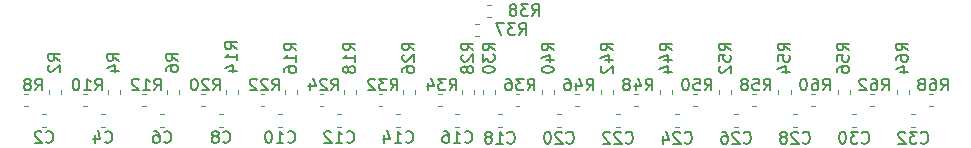
<source format=gbo>
G04 #@! TF.GenerationSoftware,KiCad,Pcbnew,(5.1.5)-3*
G04 #@! TF.CreationDate,2020-11-09T15:19:13-05:00*
G04 #@! TF.ProjectId,FilterMotherboard,46696c74-6572-44d6-9f74-686572626f61,rev?*
G04 #@! TF.SameCoordinates,Original*
G04 #@! TF.FileFunction,Legend,Bot*
G04 #@! TF.FilePolarity,Positive*
%FSLAX46Y46*%
G04 Gerber Fmt 4.6, Leading zero omitted, Abs format (unit mm)*
G04 Created by KiCad (PCBNEW (5.1.5)-3) date 2020-11-09 15:19:13*
%MOMM*%
%LPD*%
G04 APERTURE LIST*
%ADD10C,0.120000*%
%ADD11C,0.150000*%
G04 APERTURE END LIST*
D10*
X83590000Y-43962779D02*
X83590000Y-43637221D01*
X84610000Y-43962779D02*
X84610000Y-43637221D01*
X88590000Y-43962779D02*
X88590000Y-43637221D01*
X89610000Y-43962779D02*
X89610000Y-43637221D01*
X93590000Y-43962779D02*
X93590000Y-43637221D01*
X94610000Y-43962779D02*
X94610000Y-43637221D01*
X81537221Y-43990000D02*
X81862779Y-43990000D01*
X81537221Y-45010000D02*
X81862779Y-45010000D01*
X86537221Y-43990000D02*
X86862779Y-43990000D01*
X86537221Y-45010000D02*
X86862779Y-45010000D01*
X91537221Y-43990000D02*
X91862779Y-43990000D01*
X91537221Y-45010000D02*
X91862779Y-45010000D01*
X98590000Y-43962779D02*
X98590000Y-43637221D01*
X99610000Y-43962779D02*
X99610000Y-43637221D01*
X103590000Y-43962779D02*
X103590000Y-43637221D01*
X104610000Y-43962779D02*
X104610000Y-43637221D01*
X108590000Y-43962779D02*
X108590000Y-43637221D01*
X109610000Y-43962779D02*
X109610000Y-43637221D01*
X96537221Y-43990000D02*
X96862779Y-43990000D01*
X96537221Y-45010000D02*
X96862779Y-45010000D01*
X101537221Y-43990000D02*
X101862779Y-43990000D01*
X101537221Y-45010000D02*
X101862779Y-45010000D01*
X106537221Y-43990000D02*
X106862779Y-43990000D01*
X106537221Y-45010000D02*
X106862779Y-45010000D01*
X113590000Y-43962779D02*
X113590000Y-43637221D01*
X114610000Y-43962779D02*
X114610000Y-43637221D01*
X118590000Y-43962779D02*
X118590000Y-43637221D01*
X119610000Y-43962779D02*
X119610000Y-43637221D01*
X120390000Y-43962779D02*
X120390000Y-43637221D01*
X121410000Y-43962779D02*
X121410000Y-43637221D01*
X111537221Y-43990000D02*
X111862779Y-43990000D01*
X111537221Y-45010000D02*
X111862779Y-45010000D01*
X116537221Y-43990000D02*
X116862779Y-43990000D01*
X116537221Y-45010000D02*
X116862779Y-45010000D01*
X123462779Y-45010000D02*
X123137221Y-45010000D01*
X123462779Y-43990000D02*
X123137221Y-43990000D01*
X119737221Y-37990000D02*
X120062779Y-37990000D01*
X119737221Y-39010000D02*
X120062779Y-39010000D01*
X120737221Y-36390000D02*
X121062779Y-36390000D01*
X120737221Y-37410000D02*
X121062779Y-37410000D01*
X125390000Y-43962779D02*
X125390000Y-43637221D01*
X126410000Y-43962779D02*
X126410000Y-43637221D01*
X130390000Y-43962779D02*
X130390000Y-43637221D01*
X131410000Y-43962779D02*
X131410000Y-43637221D01*
X135390000Y-43962779D02*
X135390000Y-43637221D01*
X136410000Y-43962779D02*
X136410000Y-43637221D01*
X128462779Y-45010000D02*
X128137221Y-45010000D01*
X128462779Y-43990000D02*
X128137221Y-43990000D01*
X133462779Y-45010000D02*
X133137221Y-45010000D01*
X133462779Y-43990000D02*
X133137221Y-43990000D01*
X138462779Y-45010000D02*
X138137221Y-45010000D01*
X138462779Y-43990000D02*
X138137221Y-43990000D01*
X140390000Y-43962779D02*
X140390000Y-43637221D01*
X141410000Y-43962779D02*
X141410000Y-43637221D01*
X145390000Y-43962779D02*
X145390000Y-43637221D01*
X146410000Y-43962779D02*
X146410000Y-43637221D01*
X150390000Y-43962779D02*
X150390000Y-43637221D01*
X151410000Y-43962779D02*
X151410000Y-43637221D01*
X143462779Y-45010000D02*
X143137221Y-45010000D01*
X143462779Y-43990000D02*
X143137221Y-43990000D01*
X148462779Y-45010000D02*
X148137221Y-45010000D01*
X148462779Y-43990000D02*
X148137221Y-43990000D01*
X153462779Y-45010000D02*
X153137221Y-45010000D01*
X153462779Y-43990000D02*
X153137221Y-43990000D01*
X155390000Y-43962779D02*
X155390000Y-43637221D01*
X156410000Y-43962779D02*
X156410000Y-43637221D01*
X158462779Y-45010000D02*
X158137221Y-45010000D01*
X158462779Y-43990000D02*
X158137221Y-43990000D01*
X83037221Y-45690000D02*
X83362779Y-45690000D01*
X83037221Y-46710000D02*
X83362779Y-46710000D01*
X88037221Y-45690000D02*
X88362779Y-45690000D01*
X88037221Y-46710000D02*
X88362779Y-46710000D01*
X93037221Y-45690000D02*
X93362779Y-45690000D01*
X93037221Y-46710000D02*
X93362779Y-46710000D01*
X98037221Y-45690000D02*
X98362779Y-45690000D01*
X98037221Y-46710000D02*
X98362779Y-46710000D01*
X103037221Y-45690000D02*
X103362779Y-45690000D01*
X103037221Y-46710000D02*
X103362779Y-46710000D01*
X108037221Y-45690000D02*
X108362779Y-45690000D01*
X108037221Y-46710000D02*
X108362779Y-46710000D01*
X113037221Y-45690000D02*
X113362779Y-45690000D01*
X113037221Y-46710000D02*
X113362779Y-46710000D01*
X118037221Y-45690000D02*
X118362779Y-45690000D01*
X118037221Y-46710000D02*
X118362779Y-46710000D01*
X121962779Y-46710000D02*
X121637221Y-46710000D01*
X121962779Y-45690000D02*
X121637221Y-45690000D01*
X126962779Y-46710000D02*
X126637221Y-46710000D01*
X126962779Y-45690000D02*
X126637221Y-45690000D01*
X131962779Y-46710000D02*
X131637221Y-46710000D01*
X131962779Y-45690000D02*
X131637221Y-45690000D01*
X136962779Y-46710000D02*
X136637221Y-46710000D01*
X136962779Y-45690000D02*
X136637221Y-45690000D01*
X141962779Y-46710000D02*
X141637221Y-46710000D01*
X141962779Y-45690000D02*
X141637221Y-45690000D01*
X146962779Y-46710000D02*
X146637221Y-46710000D01*
X146962779Y-45690000D02*
X146637221Y-45690000D01*
X151962779Y-46710000D02*
X151637221Y-46710000D01*
X151962779Y-45690000D02*
X151637221Y-45690000D01*
X156962779Y-46710000D02*
X156637221Y-46710000D01*
X156962779Y-45690000D02*
X156637221Y-45690000D01*
D11*
X84552380Y-41133333D02*
X84076190Y-40800000D01*
X84552380Y-40561904D02*
X83552380Y-40561904D01*
X83552380Y-40942857D01*
X83600000Y-41038095D01*
X83647619Y-41085714D01*
X83742857Y-41133333D01*
X83885714Y-41133333D01*
X83980952Y-41085714D01*
X84028571Y-41038095D01*
X84076190Y-40942857D01*
X84076190Y-40561904D01*
X83647619Y-41514285D02*
X83600000Y-41561904D01*
X83552380Y-41657142D01*
X83552380Y-41895238D01*
X83600000Y-41990476D01*
X83647619Y-42038095D01*
X83742857Y-42085714D01*
X83838095Y-42085714D01*
X83980952Y-42038095D01*
X84552380Y-41466666D01*
X84552380Y-42085714D01*
X89552380Y-41133333D02*
X89076190Y-40800000D01*
X89552380Y-40561904D02*
X88552380Y-40561904D01*
X88552380Y-40942857D01*
X88600000Y-41038095D01*
X88647619Y-41085714D01*
X88742857Y-41133333D01*
X88885714Y-41133333D01*
X88980952Y-41085714D01*
X89028571Y-41038095D01*
X89076190Y-40942857D01*
X89076190Y-40561904D01*
X88885714Y-41990476D02*
X89552380Y-41990476D01*
X88504761Y-41752380D02*
X89219047Y-41514285D01*
X89219047Y-42133333D01*
X94552380Y-41133333D02*
X94076190Y-40800000D01*
X94552380Y-40561904D02*
X93552380Y-40561904D01*
X93552380Y-40942857D01*
X93600000Y-41038095D01*
X93647619Y-41085714D01*
X93742857Y-41133333D01*
X93885714Y-41133333D01*
X93980952Y-41085714D01*
X94028571Y-41038095D01*
X94076190Y-40942857D01*
X94076190Y-40561904D01*
X93552380Y-41990476D02*
X93552380Y-41800000D01*
X93600000Y-41704761D01*
X93647619Y-41657142D01*
X93790476Y-41561904D01*
X93980952Y-41514285D01*
X94361904Y-41514285D01*
X94457142Y-41561904D01*
X94504761Y-41609523D01*
X94552380Y-41704761D01*
X94552380Y-41895238D01*
X94504761Y-41990476D01*
X94457142Y-42038095D01*
X94361904Y-42085714D01*
X94123809Y-42085714D01*
X94028571Y-42038095D01*
X93980952Y-41990476D01*
X93933333Y-41895238D01*
X93933333Y-41704761D01*
X93980952Y-41609523D01*
X94028571Y-41561904D01*
X94123809Y-41514285D01*
X82466666Y-43652380D02*
X82800000Y-43176190D01*
X83038095Y-43652380D02*
X83038095Y-42652380D01*
X82657142Y-42652380D01*
X82561904Y-42700000D01*
X82514285Y-42747619D01*
X82466666Y-42842857D01*
X82466666Y-42985714D01*
X82514285Y-43080952D01*
X82561904Y-43128571D01*
X82657142Y-43176190D01*
X83038095Y-43176190D01*
X81895238Y-43080952D02*
X81990476Y-43033333D01*
X82038095Y-42985714D01*
X82085714Y-42890476D01*
X82085714Y-42842857D01*
X82038095Y-42747619D01*
X81990476Y-42700000D01*
X81895238Y-42652380D01*
X81704761Y-42652380D01*
X81609523Y-42700000D01*
X81561904Y-42747619D01*
X81514285Y-42842857D01*
X81514285Y-42890476D01*
X81561904Y-42985714D01*
X81609523Y-43033333D01*
X81704761Y-43080952D01*
X81895238Y-43080952D01*
X81990476Y-43128571D01*
X82038095Y-43176190D01*
X82085714Y-43271428D01*
X82085714Y-43461904D01*
X82038095Y-43557142D01*
X81990476Y-43604761D01*
X81895238Y-43652380D01*
X81704761Y-43652380D01*
X81609523Y-43604761D01*
X81561904Y-43557142D01*
X81514285Y-43461904D01*
X81514285Y-43271428D01*
X81561904Y-43176190D01*
X81609523Y-43128571D01*
X81704761Y-43080952D01*
X87542857Y-43652380D02*
X87876190Y-43176190D01*
X88114285Y-43652380D02*
X88114285Y-42652380D01*
X87733333Y-42652380D01*
X87638095Y-42700000D01*
X87590476Y-42747619D01*
X87542857Y-42842857D01*
X87542857Y-42985714D01*
X87590476Y-43080952D01*
X87638095Y-43128571D01*
X87733333Y-43176190D01*
X88114285Y-43176190D01*
X86590476Y-43652380D02*
X87161904Y-43652380D01*
X86876190Y-43652380D02*
X86876190Y-42652380D01*
X86971428Y-42795238D01*
X87066666Y-42890476D01*
X87161904Y-42938095D01*
X85971428Y-42652380D02*
X85876190Y-42652380D01*
X85780952Y-42700000D01*
X85733333Y-42747619D01*
X85685714Y-42842857D01*
X85638095Y-43033333D01*
X85638095Y-43271428D01*
X85685714Y-43461904D01*
X85733333Y-43557142D01*
X85780952Y-43604761D01*
X85876190Y-43652380D01*
X85971428Y-43652380D01*
X86066666Y-43604761D01*
X86114285Y-43557142D01*
X86161904Y-43461904D01*
X86209523Y-43271428D01*
X86209523Y-43033333D01*
X86161904Y-42842857D01*
X86114285Y-42747619D01*
X86066666Y-42700000D01*
X85971428Y-42652380D01*
X92542857Y-43652380D02*
X92876190Y-43176190D01*
X93114285Y-43652380D02*
X93114285Y-42652380D01*
X92733333Y-42652380D01*
X92638095Y-42700000D01*
X92590476Y-42747619D01*
X92542857Y-42842857D01*
X92542857Y-42985714D01*
X92590476Y-43080952D01*
X92638095Y-43128571D01*
X92733333Y-43176190D01*
X93114285Y-43176190D01*
X91590476Y-43652380D02*
X92161904Y-43652380D01*
X91876190Y-43652380D02*
X91876190Y-42652380D01*
X91971428Y-42795238D01*
X92066666Y-42890476D01*
X92161904Y-42938095D01*
X91209523Y-42747619D02*
X91161904Y-42700000D01*
X91066666Y-42652380D01*
X90828571Y-42652380D01*
X90733333Y-42700000D01*
X90685714Y-42747619D01*
X90638095Y-42842857D01*
X90638095Y-42938095D01*
X90685714Y-43080952D01*
X91257142Y-43652380D01*
X90638095Y-43652380D01*
X99552380Y-40157142D02*
X99076190Y-39823809D01*
X99552380Y-39585714D02*
X98552380Y-39585714D01*
X98552380Y-39966666D01*
X98600000Y-40061904D01*
X98647619Y-40109523D01*
X98742857Y-40157142D01*
X98885714Y-40157142D01*
X98980952Y-40109523D01*
X99028571Y-40061904D01*
X99076190Y-39966666D01*
X99076190Y-39585714D01*
X99552380Y-41109523D02*
X99552380Y-40538095D01*
X99552380Y-40823809D02*
X98552380Y-40823809D01*
X98695238Y-40728571D01*
X98790476Y-40633333D01*
X98838095Y-40538095D01*
X98885714Y-41966666D02*
X99552380Y-41966666D01*
X98504761Y-41728571D02*
X99219047Y-41490476D01*
X99219047Y-42109523D01*
X104552380Y-40257142D02*
X104076190Y-39923809D01*
X104552380Y-39685714D02*
X103552380Y-39685714D01*
X103552380Y-40066666D01*
X103600000Y-40161904D01*
X103647619Y-40209523D01*
X103742857Y-40257142D01*
X103885714Y-40257142D01*
X103980952Y-40209523D01*
X104028571Y-40161904D01*
X104076190Y-40066666D01*
X104076190Y-39685714D01*
X104552380Y-41209523D02*
X104552380Y-40638095D01*
X104552380Y-40923809D02*
X103552380Y-40923809D01*
X103695238Y-40828571D01*
X103790476Y-40733333D01*
X103838095Y-40638095D01*
X103552380Y-42066666D02*
X103552380Y-41876190D01*
X103600000Y-41780952D01*
X103647619Y-41733333D01*
X103790476Y-41638095D01*
X103980952Y-41590476D01*
X104361904Y-41590476D01*
X104457142Y-41638095D01*
X104504761Y-41685714D01*
X104552380Y-41780952D01*
X104552380Y-41971428D01*
X104504761Y-42066666D01*
X104457142Y-42114285D01*
X104361904Y-42161904D01*
X104123809Y-42161904D01*
X104028571Y-42114285D01*
X103980952Y-42066666D01*
X103933333Y-41971428D01*
X103933333Y-41780952D01*
X103980952Y-41685714D01*
X104028571Y-41638095D01*
X104123809Y-41590476D01*
X109552380Y-40257142D02*
X109076190Y-39923809D01*
X109552380Y-39685714D02*
X108552380Y-39685714D01*
X108552380Y-40066666D01*
X108600000Y-40161904D01*
X108647619Y-40209523D01*
X108742857Y-40257142D01*
X108885714Y-40257142D01*
X108980952Y-40209523D01*
X109028571Y-40161904D01*
X109076190Y-40066666D01*
X109076190Y-39685714D01*
X109552380Y-41209523D02*
X109552380Y-40638095D01*
X109552380Y-40923809D02*
X108552380Y-40923809D01*
X108695238Y-40828571D01*
X108790476Y-40733333D01*
X108838095Y-40638095D01*
X108980952Y-41780952D02*
X108933333Y-41685714D01*
X108885714Y-41638095D01*
X108790476Y-41590476D01*
X108742857Y-41590476D01*
X108647619Y-41638095D01*
X108600000Y-41685714D01*
X108552380Y-41780952D01*
X108552380Y-41971428D01*
X108600000Y-42066666D01*
X108647619Y-42114285D01*
X108742857Y-42161904D01*
X108790476Y-42161904D01*
X108885714Y-42114285D01*
X108933333Y-42066666D01*
X108980952Y-41971428D01*
X108980952Y-41780952D01*
X109028571Y-41685714D01*
X109076190Y-41638095D01*
X109171428Y-41590476D01*
X109361904Y-41590476D01*
X109457142Y-41638095D01*
X109504761Y-41685714D01*
X109552380Y-41780952D01*
X109552380Y-41971428D01*
X109504761Y-42066666D01*
X109457142Y-42114285D01*
X109361904Y-42161904D01*
X109171428Y-42161904D01*
X109076190Y-42114285D01*
X109028571Y-42066666D01*
X108980952Y-41971428D01*
X97542857Y-43652380D02*
X97876190Y-43176190D01*
X98114285Y-43652380D02*
X98114285Y-42652380D01*
X97733333Y-42652380D01*
X97638095Y-42700000D01*
X97590476Y-42747619D01*
X97542857Y-42842857D01*
X97542857Y-42985714D01*
X97590476Y-43080952D01*
X97638095Y-43128571D01*
X97733333Y-43176190D01*
X98114285Y-43176190D01*
X97161904Y-42747619D02*
X97114285Y-42700000D01*
X97019047Y-42652380D01*
X96780952Y-42652380D01*
X96685714Y-42700000D01*
X96638095Y-42747619D01*
X96590476Y-42842857D01*
X96590476Y-42938095D01*
X96638095Y-43080952D01*
X97209523Y-43652380D01*
X96590476Y-43652380D01*
X95971428Y-42652380D02*
X95876190Y-42652380D01*
X95780952Y-42700000D01*
X95733333Y-42747619D01*
X95685714Y-42842857D01*
X95638095Y-43033333D01*
X95638095Y-43271428D01*
X95685714Y-43461904D01*
X95733333Y-43557142D01*
X95780952Y-43604761D01*
X95876190Y-43652380D01*
X95971428Y-43652380D01*
X96066666Y-43604761D01*
X96114285Y-43557142D01*
X96161904Y-43461904D01*
X96209523Y-43271428D01*
X96209523Y-43033333D01*
X96161904Y-42842857D01*
X96114285Y-42747619D01*
X96066666Y-42700000D01*
X95971428Y-42652380D01*
X102542857Y-43652380D02*
X102876190Y-43176190D01*
X103114285Y-43652380D02*
X103114285Y-42652380D01*
X102733333Y-42652380D01*
X102638095Y-42700000D01*
X102590476Y-42747619D01*
X102542857Y-42842857D01*
X102542857Y-42985714D01*
X102590476Y-43080952D01*
X102638095Y-43128571D01*
X102733333Y-43176190D01*
X103114285Y-43176190D01*
X102161904Y-42747619D02*
X102114285Y-42700000D01*
X102019047Y-42652380D01*
X101780952Y-42652380D01*
X101685714Y-42700000D01*
X101638095Y-42747619D01*
X101590476Y-42842857D01*
X101590476Y-42938095D01*
X101638095Y-43080952D01*
X102209523Y-43652380D01*
X101590476Y-43652380D01*
X101209523Y-42747619D02*
X101161904Y-42700000D01*
X101066666Y-42652380D01*
X100828571Y-42652380D01*
X100733333Y-42700000D01*
X100685714Y-42747619D01*
X100638095Y-42842857D01*
X100638095Y-42938095D01*
X100685714Y-43080952D01*
X101257142Y-43652380D01*
X100638095Y-43652380D01*
X107542857Y-43652380D02*
X107876190Y-43176190D01*
X108114285Y-43652380D02*
X108114285Y-42652380D01*
X107733333Y-42652380D01*
X107638095Y-42700000D01*
X107590476Y-42747619D01*
X107542857Y-42842857D01*
X107542857Y-42985714D01*
X107590476Y-43080952D01*
X107638095Y-43128571D01*
X107733333Y-43176190D01*
X108114285Y-43176190D01*
X107161904Y-42747619D02*
X107114285Y-42700000D01*
X107019047Y-42652380D01*
X106780952Y-42652380D01*
X106685714Y-42700000D01*
X106638095Y-42747619D01*
X106590476Y-42842857D01*
X106590476Y-42938095D01*
X106638095Y-43080952D01*
X107209523Y-43652380D01*
X106590476Y-43652380D01*
X105733333Y-42985714D02*
X105733333Y-43652380D01*
X105971428Y-42604761D02*
X106209523Y-43319047D01*
X105590476Y-43319047D01*
X114552380Y-40257142D02*
X114076190Y-39923809D01*
X114552380Y-39685714D02*
X113552380Y-39685714D01*
X113552380Y-40066666D01*
X113600000Y-40161904D01*
X113647619Y-40209523D01*
X113742857Y-40257142D01*
X113885714Y-40257142D01*
X113980952Y-40209523D01*
X114028571Y-40161904D01*
X114076190Y-40066666D01*
X114076190Y-39685714D01*
X113647619Y-40638095D02*
X113600000Y-40685714D01*
X113552380Y-40780952D01*
X113552380Y-41019047D01*
X113600000Y-41114285D01*
X113647619Y-41161904D01*
X113742857Y-41209523D01*
X113838095Y-41209523D01*
X113980952Y-41161904D01*
X114552380Y-40590476D01*
X114552380Y-41209523D01*
X113552380Y-42066666D02*
X113552380Y-41876190D01*
X113600000Y-41780952D01*
X113647619Y-41733333D01*
X113790476Y-41638095D01*
X113980952Y-41590476D01*
X114361904Y-41590476D01*
X114457142Y-41638095D01*
X114504761Y-41685714D01*
X114552380Y-41780952D01*
X114552380Y-41971428D01*
X114504761Y-42066666D01*
X114457142Y-42114285D01*
X114361904Y-42161904D01*
X114123809Y-42161904D01*
X114028571Y-42114285D01*
X113980952Y-42066666D01*
X113933333Y-41971428D01*
X113933333Y-41780952D01*
X113980952Y-41685714D01*
X114028571Y-41638095D01*
X114123809Y-41590476D01*
X119552380Y-40257142D02*
X119076190Y-39923809D01*
X119552380Y-39685714D02*
X118552380Y-39685714D01*
X118552380Y-40066666D01*
X118600000Y-40161904D01*
X118647619Y-40209523D01*
X118742857Y-40257142D01*
X118885714Y-40257142D01*
X118980952Y-40209523D01*
X119028571Y-40161904D01*
X119076190Y-40066666D01*
X119076190Y-39685714D01*
X118647619Y-40638095D02*
X118600000Y-40685714D01*
X118552380Y-40780952D01*
X118552380Y-41019047D01*
X118600000Y-41114285D01*
X118647619Y-41161904D01*
X118742857Y-41209523D01*
X118838095Y-41209523D01*
X118980952Y-41161904D01*
X119552380Y-40590476D01*
X119552380Y-41209523D01*
X118980952Y-41780952D02*
X118933333Y-41685714D01*
X118885714Y-41638095D01*
X118790476Y-41590476D01*
X118742857Y-41590476D01*
X118647619Y-41638095D01*
X118600000Y-41685714D01*
X118552380Y-41780952D01*
X118552380Y-41971428D01*
X118600000Y-42066666D01*
X118647619Y-42114285D01*
X118742857Y-42161904D01*
X118790476Y-42161904D01*
X118885714Y-42114285D01*
X118933333Y-42066666D01*
X118980952Y-41971428D01*
X118980952Y-41780952D01*
X119028571Y-41685714D01*
X119076190Y-41638095D01*
X119171428Y-41590476D01*
X119361904Y-41590476D01*
X119457142Y-41638095D01*
X119504761Y-41685714D01*
X119552380Y-41780952D01*
X119552380Y-41971428D01*
X119504761Y-42066666D01*
X119457142Y-42114285D01*
X119361904Y-42161904D01*
X119171428Y-42161904D01*
X119076190Y-42114285D01*
X119028571Y-42066666D01*
X118980952Y-41971428D01*
X121352380Y-40257142D02*
X120876190Y-39923809D01*
X121352380Y-39685714D02*
X120352380Y-39685714D01*
X120352380Y-40066666D01*
X120400000Y-40161904D01*
X120447619Y-40209523D01*
X120542857Y-40257142D01*
X120685714Y-40257142D01*
X120780952Y-40209523D01*
X120828571Y-40161904D01*
X120876190Y-40066666D01*
X120876190Y-39685714D01*
X120352380Y-40590476D02*
X120352380Y-41209523D01*
X120733333Y-40876190D01*
X120733333Y-41019047D01*
X120780952Y-41114285D01*
X120828571Y-41161904D01*
X120923809Y-41209523D01*
X121161904Y-41209523D01*
X121257142Y-41161904D01*
X121304761Y-41114285D01*
X121352380Y-41019047D01*
X121352380Y-40733333D01*
X121304761Y-40638095D01*
X121257142Y-40590476D01*
X120352380Y-41828571D02*
X120352380Y-41923809D01*
X120400000Y-42019047D01*
X120447619Y-42066666D01*
X120542857Y-42114285D01*
X120733333Y-42161904D01*
X120971428Y-42161904D01*
X121161904Y-42114285D01*
X121257142Y-42066666D01*
X121304761Y-42019047D01*
X121352380Y-41923809D01*
X121352380Y-41828571D01*
X121304761Y-41733333D01*
X121257142Y-41685714D01*
X121161904Y-41638095D01*
X120971428Y-41590476D01*
X120733333Y-41590476D01*
X120542857Y-41638095D01*
X120447619Y-41685714D01*
X120400000Y-41733333D01*
X120352380Y-41828571D01*
X112542857Y-43652380D02*
X112876190Y-43176190D01*
X113114285Y-43652380D02*
X113114285Y-42652380D01*
X112733333Y-42652380D01*
X112638095Y-42700000D01*
X112590476Y-42747619D01*
X112542857Y-42842857D01*
X112542857Y-42985714D01*
X112590476Y-43080952D01*
X112638095Y-43128571D01*
X112733333Y-43176190D01*
X113114285Y-43176190D01*
X112209523Y-42652380D02*
X111590476Y-42652380D01*
X111923809Y-43033333D01*
X111780952Y-43033333D01*
X111685714Y-43080952D01*
X111638095Y-43128571D01*
X111590476Y-43223809D01*
X111590476Y-43461904D01*
X111638095Y-43557142D01*
X111685714Y-43604761D01*
X111780952Y-43652380D01*
X112066666Y-43652380D01*
X112161904Y-43604761D01*
X112209523Y-43557142D01*
X111209523Y-42747619D02*
X111161904Y-42700000D01*
X111066666Y-42652380D01*
X110828571Y-42652380D01*
X110733333Y-42700000D01*
X110685714Y-42747619D01*
X110638095Y-42842857D01*
X110638095Y-42938095D01*
X110685714Y-43080952D01*
X111257142Y-43652380D01*
X110638095Y-43652380D01*
X117542857Y-43652380D02*
X117876190Y-43176190D01*
X118114285Y-43652380D02*
X118114285Y-42652380D01*
X117733333Y-42652380D01*
X117638095Y-42700000D01*
X117590476Y-42747619D01*
X117542857Y-42842857D01*
X117542857Y-42985714D01*
X117590476Y-43080952D01*
X117638095Y-43128571D01*
X117733333Y-43176190D01*
X118114285Y-43176190D01*
X117209523Y-42652380D02*
X116590476Y-42652380D01*
X116923809Y-43033333D01*
X116780952Y-43033333D01*
X116685714Y-43080952D01*
X116638095Y-43128571D01*
X116590476Y-43223809D01*
X116590476Y-43461904D01*
X116638095Y-43557142D01*
X116685714Y-43604761D01*
X116780952Y-43652380D01*
X117066666Y-43652380D01*
X117161904Y-43604761D01*
X117209523Y-43557142D01*
X115733333Y-42985714D02*
X115733333Y-43652380D01*
X115971428Y-42604761D02*
X116209523Y-43319047D01*
X115590476Y-43319047D01*
X124142857Y-43652380D02*
X124476190Y-43176190D01*
X124714285Y-43652380D02*
X124714285Y-42652380D01*
X124333333Y-42652380D01*
X124238095Y-42700000D01*
X124190476Y-42747619D01*
X124142857Y-42842857D01*
X124142857Y-42985714D01*
X124190476Y-43080952D01*
X124238095Y-43128571D01*
X124333333Y-43176190D01*
X124714285Y-43176190D01*
X123809523Y-42652380D02*
X123190476Y-42652380D01*
X123523809Y-43033333D01*
X123380952Y-43033333D01*
X123285714Y-43080952D01*
X123238095Y-43128571D01*
X123190476Y-43223809D01*
X123190476Y-43461904D01*
X123238095Y-43557142D01*
X123285714Y-43604761D01*
X123380952Y-43652380D01*
X123666666Y-43652380D01*
X123761904Y-43604761D01*
X123809523Y-43557142D01*
X122333333Y-42652380D02*
X122523809Y-42652380D01*
X122619047Y-42700000D01*
X122666666Y-42747619D01*
X122761904Y-42890476D01*
X122809523Y-43080952D01*
X122809523Y-43461904D01*
X122761904Y-43557142D01*
X122714285Y-43604761D01*
X122619047Y-43652380D01*
X122428571Y-43652380D01*
X122333333Y-43604761D01*
X122285714Y-43557142D01*
X122238095Y-43461904D01*
X122238095Y-43223809D01*
X122285714Y-43128571D01*
X122333333Y-43080952D01*
X122428571Y-43033333D01*
X122619047Y-43033333D01*
X122714285Y-43080952D01*
X122761904Y-43128571D01*
X122809523Y-43223809D01*
X123442857Y-38952380D02*
X123776190Y-38476190D01*
X124014285Y-38952380D02*
X124014285Y-37952380D01*
X123633333Y-37952380D01*
X123538095Y-38000000D01*
X123490476Y-38047619D01*
X123442857Y-38142857D01*
X123442857Y-38285714D01*
X123490476Y-38380952D01*
X123538095Y-38428571D01*
X123633333Y-38476190D01*
X124014285Y-38476190D01*
X123109523Y-37952380D02*
X122490476Y-37952380D01*
X122823809Y-38333333D01*
X122680952Y-38333333D01*
X122585714Y-38380952D01*
X122538095Y-38428571D01*
X122490476Y-38523809D01*
X122490476Y-38761904D01*
X122538095Y-38857142D01*
X122585714Y-38904761D01*
X122680952Y-38952380D01*
X122966666Y-38952380D01*
X123061904Y-38904761D01*
X123109523Y-38857142D01*
X122157142Y-37952380D02*
X121490476Y-37952380D01*
X121919047Y-38952380D01*
X124542857Y-37352380D02*
X124876190Y-36876190D01*
X125114285Y-37352380D02*
X125114285Y-36352380D01*
X124733333Y-36352380D01*
X124638095Y-36400000D01*
X124590476Y-36447619D01*
X124542857Y-36542857D01*
X124542857Y-36685714D01*
X124590476Y-36780952D01*
X124638095Y-36828571D01*
X124733333Y-36876190D01*
X125114285Y-36876190D01*
X124209523Y-36352380D02*
X123590476Y-36352380D01*
X123923809Y-36733333D01*
X123780952Y-36733333D01*
X123685714Y-36780952D01*
X123638095Y-36828571D01*
X123590476Y-36923809D01*
X123590476Y-37161904D01*
X123638095Y-37257142D01*
X123685714Y-37304761D01*
X123780952Y-37352380D01*
X124066666Y-37352380D01*
X124161904Y-37304761D01*
X124209523Y-37257142D01*
X123019047Y-36780952D02*
X123114285Y-36733333D01*
X123161904Y-36685714D01*
X123209523Y-36590476D01*
X123209523Y-36542857D01*
X123161904Y-36447619D01*
X123114285Y-36400000D01*
X123019047Y-36352380D01*
X122828571Y-36352380D01*
X122733333Y-36400000D01*
X122685714Y-36447619D01*
X122638095Y-36542857D01*
X122638095Y-36590476D01*
X122685714Y-36685714D01*
X122733333Y-36733333D01*
X122828571Y-36780952D01*
X123019047Y-36780952D01*
X123114285Y-36828571D01*
X123161904Y-36876190D01*
X123209523Y-36971428D01*
X123209523Y-37161904D01*
X123161904Y-37257142D01*
X123114285Y-37304761D01*
X123019047Y-37352380D01*
X122828571Y-37352380D01*
X122733333Y-37304761D01*
X122685714Y-37257142D01*
X122638095Y-37161904D01*
X122638095Y-36971428D01*
X122685714Y-36876190D01*
X122733333Y-36828571D01*
X122828571Y-36780952D01*
X126352380Y-40257142D02*
X125876190Y-39923809D01*
X126352380Y-39685714D02*
X125352380Y-39685714D01*
X125352380Y-40066666D01*
X125400000Y-40161904D01*
X125447619Y-40209523D01*
X125542857Y-40257142D01*
X125685714Y-40257142D01*
X125780952Y-40209523D01*
X125828571Y-40161904D01*
X125876190Y-40066666D01*
X125876190Y-39685714D01*
X125685714Y-41114285D02*
X126352380Y-41114285D01*
X125304761Y-40876190D02*
X126019047Y-40638095D01*
X126019047Y-41257142D01*
X125352380Y-41828571D02*
X125352380Y-41923809D01*
X125400000Y-42019047D01*
X125447619Y-42066666D01*
X125542857Y-42114285D01*
X125733333Y-42161904D01*
X125971428Y-42161904D01*
X126161904Y-42114285D01*
X126257142Y-42066666D01*
X126304761Y-42019047D01*
X126352380Y-41923809D01*
X126352380Y-41828571D01*
X126304761Y-41733333D01*
X126257142Y-41685714D01*
X126161904Y-41638095D01*
X125971428Y-41590476D01*
X125733333Y-41590476D01*
X125542857Y-41638095D01*
X125447619Y-41685714D01*
X125400000Y-41733333D01*
X125352380Y-41828571D01*
X131352380Y-40257142D02*
X130876190Y-39923809D01*
X131352380Y-39685714D02*
X130352380Y-39685714D01*
X130352380Y-40066666D01*
X130400000Y-40161904D01*
X130447619Y-40209523D01*
X130542857Y-40257142D01*
X130685714Y-40257142D01*
X130780952Y-40209523D01*
X130828571Y-40161904D01*
X130876190Y-40066666D01*
X130876190Y-39685714D01*
X130685714Y-41114285D02*
X131352380Y-41114285D01*
X130304761Y-40876190D02*
X131019047Y-40638095D01*
X131019047Y-41257142D01*
X130447619Y-41590476D02*
X130400000Y-41638095D01*
X130352380Y-41733333D01*
X130352380Y-41971428D01*
X130400000Y-42066666D01*
X130447619Y-42114285D01*
X130542857Y-42161904D01*
X130638095Y-42161904D01*
X130780952Y-42114285D01*
X131352380Y-41542857D01*
X131352380Y-42161904D01*
X136352380Y-40257142D02*
X135876190Y-39923809D01*
X136352380Y-39685714D02*
X135352380Y-39685714D01*
X135352380Y-40066666D01*
X135400000Y-40161904D01*
X135447619Y-40209523D01*
X135542857Y-40257142D01*
X135685714Y-40257142D01*
X135780952Y-40209523D01*
X135828571Y-40161904D01*
X135876190Y-40066666D01*
X135876190Y-39685714D01*
X135685714Y-41114285D02*
X136352380Y-41114285D01*
X135304761Y-40876190D02*
X136019047Y-40638095D01*
X136019047Y-41257142D01*
X135685714Y-42066666D02*
X136352380Y-42066666D01*
X135304761Y-41828571D02*
X136019047Y-41590476D01*
X136019047Y-42209523D01*
X129142857Y-43652380D02*
X129476190Y-43176190D01*
X129714285Y-43652380D02*
X129714285Y-42652380D01*
X129333333Y-42652380D01*
X129238095Y-42700000D01*
X129190476Y-42747619D01*
X129142857Y-42842857D01*
X129142857Y-42985714D01*
X129190476Y-43080952D01*
X129238095Y-43128571D01*
X129333333Y-43176190D01*
X129714285Y-43176190D01*
X128285714Y-42985714D02*
X128285714Y-43652380D01*
X128523809Y-42604761D02*
X128761904Y-43319047D01*
X128142857Y-43319047D01*
X127333333Y-42652380D02*
X127523809Y-42652380D01*
X127619047Y-42700000D01*
X127666666Y-42747619D01*
X127761904Y-42890476D01*
X127809523Y-43080952D01*
X127809523Y-43461904D01*
X127761904Y-43557142D01*
X127714285Y-43604761D01*
X127619047Y-43652380D01*
X127428571Y-43652380D01*
X127333333Y-43604761D01*
X127285714Y-43557142D01*
X127238095Y-43461904D01*
X127238095Y-43223809D01*
X127285714Y-43128571D01*
X127333333Y-43080952D01*
X127428571Y-43033333D01*
X127619047Y-43033333D01*
X127714285Y-43080952D01*
X127761904Y-43128571D01*
X127809523Y-43223809D01*
X134142857Y-43652380D02*
X134476190Y-43176190D01*
X134714285Y-43652380D02*
X134714285Y-42652380D01*
X134333333Y-42652380D01*
X134238095Y-42700000D01*
X134190476Y-42747619D01*
X134142857Y-42842857D01*
X134142857Y-42985714D01*
X134190476Y-43080952D01*
X134238095Y-43128571D01*
X134333333Y-43176190D01*
X134714285Y-43176190D01*
X133285714Y-42985714D02*
X133285714Y-43652380D01*
X133523809Y-42604761D02*
X133761904Y-43319047D01*
X133142857Y-43319047D01*
X132619047Y-43080952D02*
X132714285Y-43033333D01*
X132761904Y-42985714D01*
X132809523Y-42890476D01*
X132809523Y-42842857D01*
X132761904Y-42747619D01*
X132714285Y-42700000D01*
X132619047Y-42652380D01*
X132428571Y-42652380D01*
X132333333Y-42700000D01*
X132285714Y-42747619D01*
X132238095Y-42842857D01*
X132238095Y-42890476D01*
X132285714Y-42985714D01*
X132333333Y-43033333D01*
X132428571Y-43080952D01*
X132619047Y-43080952D01*
X132714285Y-43128571D01*
X132761904Y-43176190D01*
X132809523Y-43271428D01*
X132809523Y-43461904D01*
X132761904Y-43557142D01*
X132714285Y-43604761D01*
X132619047Y-43652380D01*
X132428571Y-43652380D01*
X132333333Y-43604761D01*
X132285714Y-43557142D01*
X132238095Y-43461904D01*
X132238095Y-43271428D01*
X132285714Y-43176190D01*
X132333333Y-43128571D01*
X132428571Y-43080952D01*
X139142857Y-43652380D02*
X139476190Y-43176190D01*
X139714285Y-43652380D02*
X139714285Y-42652380D01*
X139333333Y-42652380D01*
X139238095Y-42700000D01*
X139190476Y-42747619D01*
X139142857Y-42842857D01*
X139142857Y-42985714D01*
X139190476Y-43080952D01*
X139238095Y-43128571D01*
X139333333Y-43176190D01*
X139714285Y-43176190D01*
X138238095Y-42652380D02*
X138714285Y-42652380D01*
X138761904Y-43128571D01*
X138714285Y-43080952D01*
X138619047Y-43033333D01*
X138380952Y-43033333D01*
X138285714Y-43080952D01*
X138238095Y-43128571D01*
X138190476Y-43223809D01*
X138190476Y-43461904D01*
X138238095Y-43557142D01*
X138285714Y-43604761D01*
X138380952Y-43652380D01*
X138619047Y-43652380D01*
X138714285Y-43604761D01*
X138761904Y-43557142D01*
X137571428Y-42652380D02*
X137476190Y-42652380D01*
X137380952Y-42700000D01*
X137333333Y-42747619D01*
X137285714Y-42842857D01*
X137238095Y-43033333D01*
X137238095Y-43271428D01*
X137285714Y-43461904D01*
X137333333Y-43557142D01*
X137380952Y-43604761D01*
X137476190Y-43652380D01*
X137571428Y-43652380D01*
X137666666Y-43604761D01*
X137714285Y-43557142D01*
X137761904Y-43461904D01*
X137809523Y-43271428D01*
X137809523Y-43033333D01*
X137761904Y-42842857D01*
X137714285Y-42747619D01*
X137666666Y-42700000D01*
X137571428Y-42652380D01*
X141352380Y-40257142D02*
X140876190Y-39923809D01*
X141352380Y-39685714D02*
X140352380Y-39685714D01*
X140352380Y-40066666D01*
X140400000Y-40161904D01*
X140447619Y-40209523D01*
X140542857Y-40257142D01*
X140685714Y-40257142D01*
X140780952Y-40209523D01*
X140828571Y-40161904D01*
X140876190Y-40066666D01*
X140876190Y-39685714D01*
X140352380Y-41161904D02*
X140352380Y-40685714D01*
X140828571Y-40638095D01*
X140780952Y-40685714D01*
X140733333Y-40780952D01*
X140733333Y-41019047D01*
X140780952Y-41114285D01*
X140828571Y-41161904D01*
X140923809Y-41209523D01*
X141161904Y-41209523D01*
X141257142Y-41161904D01*
X141304761Y-41114285D01*
X141352380Y-41019047D01*
X141352380Y-40780952D01*
X141304761Y-40685714D01*
X141257142Y-40638095D01*
X140447619Y-41590476D02*
X140400000Y-41638095D01*
X140352380Y-41733333D01*
X140352380Y-41971428D01*
X140400000Y-42066666D01*
X140447619Y-42114285D01*
X140542857Y-42161904D01*
X140638095Y-42161904D01*
X140780952Y-42114285D01*
X141352380Y-41542857D01*
X141352380Y-42161904D01*
X146352380Y-40257142D02*
X145876190Y-39923809D01*
X146352380Y-39685714D02*
X145352380Y-39685714D01*
X145352380Y-40066666D01*
X145400000Y-40161904D01*
X145447619Y-40209523D01*
X145542857Y-40257142D01*
X145685714Y-40257142D01*
X145780952Y-40209523D01*
X145828571Y-40161904D01*
X145876190Y-40066666D01*
X145876190Y-39685714D01*
X145352380Y-41161904D02*
X145352380Y-40685714D01*
X145828571Y-40638095D01*
X145780952Y-40685714D01*
X145733333Y-40780952D01*
X145733333Y-41019047D01*
X145780952Y-41114285D01*
X145828571Y-41161904D01*
X145923809Y-41209523D01*
X146161904Y-41209523D01*
X146257142Y-41161904D01*
X146304761Y-41114285D01*
X146352380Y-41019047D01*
X146352380Y-40780952D01*
X146304761Y-40685714D01*
X146257142Y-40638095D01*
X145685714Y-42066666D02*
X146352380Y-42066666D01*
X145304761Y-41828571D02*
X146019047Y-41590476D01*
X146019047Y-42209523D01*
X151352380Y-40257142D02*
X150876190Y-39923809D01*
X151352380Y-39685714D02*
X150352380Y-39685714D01*
X150352380Y-40066666D01*
X150400000Y-40161904D01*
X150447619Y-40209523D01*
X150542857Y-40257142D01*
X150685714Y-40257142D01*
X150780952Y-40209523D01*
X150828571Y-40161904D01*
X150876190Y-40066666D01*
X150876190Y-39685714D01*
X150352380Y-41161904D02*
X150352380Y-40685714D01*
X150828571Y-40638095D01*
X150780952Y-40685714D01*
X150733333Y-40780952D01*
X150733333Y-41019047D01*
X150780952Y-41114285D01*
X150828571Y-41161904D01*
X150923809Y-41209523D01*
X151161904Y-41209523D01*
X151257142Y-41161904D01*
X151304761Y-41114285D01*
X151352380Y-41019047D01*
X151352380Y-40780952D01*
X151304761Y-40685714D01*
X151257142Y-40638095D01*
X150352380Y-42066666D02*
X150352380Y-41876190D01*
X150400000Y-41780952D01*
X150447619Y-41733333D01*
X150590476Y-41638095D01*
X150780952Y-41590476D01*
X151161904Y-41590476D01*
X151257142Y-41638095D01*
X151304761Y-41685714D01*
X151352380Y-41780952D01*
X151352380Y-41971428D01*
X151304761Y-42066666D01*
X151257142Y-42114285D01*
X151161904Y-42161904D01*
X150923809Y-42161904D01*
X150828571Y-42114285D01*
X150780952Y-42066666D01*
X150733333Y-41971428D01*
X150733333Y-41780952D01*
X150780952Y-41685714D01*
X150828571Y-41638095D01*
X150923809Y-41590476D01*
X144142857Y-43652380D02*
X144476190Y-43176190D01*
X144714285Y-43652380D02*
X144714285Y-42652380D01*
X144333333Y-42652380D01*
X144238095Y-42700000D01*
X144190476Y-42747619D01*
X144142857Y-42842857D01*
X144142857Y-42985714D01*
X144190476Y-43080952D01*
X144238095Y-43128571D01*
X144333333Y-43176190D01*
X144714285Y-43176190D01*
X143238095Y-42652380D02*
X143714285Y-42652380D01*
X143761904Y-43128571D01*
X143714285Y-43080952D01*
X143619047Y-43033333D01*
X143380952Y-43033333D01*
X143285714Y-43080952D01*
X143238095Y-43128571D01*
X143190476Y-43223809D01*
X143190476Y-43461904D01*
X143238095Y-43557142D01*
X143285714Y-43604761D01*
X143380952Y-43652380D01*
X143619047Y-43652380D01*
X143714285Y-43604761D01*
X143761904Y-43557142D01*
X142619047Y-43080952D02*
X142714285Y-43033333D01*
X142761904Y-42985714D01*
X142809523Y-42890476D01*
X142809523Y-42842857D01*
X142761904Y-42747619D01*
X142714285Y-42700000D01*
X142619047Y-42652380D01*
X142428571Y-42652380D01*
X142333333Y-42700000D01*
X142285714Y-42747619D01*
X142238095Y-42842857D01*
X142238095Y-42890476D01*
X142285714Y-42985714D01*
X142333333Y-43033333D01*
X142428571Y-43080952D01*
X142619047Y-43080952D01*
X142714285Y-43128571D01*
X142761904Y-43176190D01*
X142809523Y-43271428D01*
X142809523Y-43461904D01*
X142761904Y-43557142D01*
X142714285Y-43604761D01*
X142619047Y-43652380D01*
X142428571Y-43652380D01*
X142333333Y-43604761D01*
X142285714Y-43557142D01*
X142238095Y-43461904D01*
X142238095Y-43271428D01*
X142285714Y-43176190D01*
X142333333Y-43128571D01*
X142428571Y-43080952D01*
X149142857Y-43652380D02*
X149476190Y-43176190D01*
X149714285Y-43652380D02*
X149714285Y-42652380D01*
X149333333Y-42652380D01*
X149238095Y-42700000D01*
X149190476Y-42747619D01*
X149142857Y-42842857D01*
X149142857Y-42985714D01*
X149190476Y-43080952D01*
X149238095Y-43128571D01*
X149333333Y-43176190D01*
X149714285Y-43176190D01*
X148285714Y-42652380D02*
X148476190Y-42652380D01*
X148571428Y-42700000D01*
X148619047Y-42747619D01*
X148714285Y-42890476D01*
X148761904Y-43080952D01*
X148761904Y-43461904D01*
X148714285Y-43557142D01*
X148666666Y-43604761D01*
X148571428Y-43652380D01*
X148380952Y-43652380D01*
X148285714Y-43604761D01*
X148238095Y-43557142D01*
X148190476Y-43461904D01*
X148190476Y-43223809D01*
X148238095Y-43128571D01*
X148285714Y-43080952D01*
X148380952Y-43033333D01*
X148571428Y-43033333D01*
X148666666Y-43080952D01*
X148714285Y-43128571D01*
X148761904Y-43223809D01*
X147571428Y-42652380D02*
X147476190Y-42652380D01*
X147380952Y-42700000D01*
X147333333Y-42747619D01*
X147285714Y-42842857D01*
X147238095Y-43033333D01*
X147238095Y-43271428D01*
X147285714Y-43461904D01*
X147333333Y-43557142D01*
X147380952Y-43604761D01*
X147476190Y-43652380D01*
X147571428Y-43652380D01*
X147666666Y-43604761D01*
X147714285Y-43557142D01*
X147761904Y-43461904D01*
X147809523Y-43271428D01*
X147809523Y-43033333D01*
X147761904Y-42842857D01*
X147714285Y-42747619D01*
X147666666Y-42700000D01*
X147571428Y-42652380D01*
X154142857Y-43652380D02*
X154476190Y-43176190D01*
X154714285Y-43652380D02*
X154714285Y-42652380D01*
X154333333Y-42652380D01*
X154238095Y-42700000D01*
X154190476Y-42747619D01*
X154142857Y-42842857D01*
X154142857Y-42985714D01*
X154190476Y-43080952D01*
X154238095Y-43128571D01*
X154333333Y-43176190D01*
X154714285Y-43176190D01*
X153285714Y-42652380D02*
X153476190Y-42652380D01*
X153571428Y-42700000D01*
X153619047Y-42747619D01*
X153714285Y-42890476D01*
X153761904Y-43080952D01*
X153761904Y-43461904D01*
X153714285Y-43557142D01*
X153666666Y-43604761D01*
X153571428Y-43652380D01*
X153380952Y-43652380D01*
X153285714Y-43604761D01*
X153238095Y-43557142D01*
X153190476Y-43461904D01*
X153190476Y-43223809D01*
X153238095Y-43128571D01*
X153285714Y-43080952D01*
X153380952Y-43033333D01*
X153571428Y-43033333D01*
X153666666Y-43080952D01*
X153714285Y-43128571D01*
X153761904Y-43223809D01*
X152809523Y-42747619D02*
X152761904Y-42700000D01*
X152666666Y-42652380D01*
X152428571Y-42652380D01*
X152333333Y-42700000D01*
X152285714Y-42747619D01*
X152238095Y-42842857D01*
X152238095Y-42938095D01*
X152285714Y-43080952D01*
X152857142Y-43652380D01*
X152238095Y-43652380D01*
X156352380Y-40257142D02*
X155876190Y-39923809D01*
X156352380Y-39685714D02*
X155352380Y-39685714D01*
X155352380Y-40066666D01*
X155400000Y-40161904D01*
X155447619Y-40209523D01*
X155542857Y-40257142D01*
X155685714Y-40257142D01*
X155780952Y-40209523D01*
X155828571Y-40161904D01*
X155876190Y-40066666D01*
X155876190Y-39685714D01*
X155352380Y-41114285D02*
X155352380Y-40923809D01*
X155400000Y-40828571D01*
X155447619Y-40780952D01*
X155590476Y-40685714D01*
X155780952Y-40638095D01*
X156161904Y-40638095D01*
X156257142Y-40685714D01*
X156304761Y-40733333D01*
X156352380Y-40828571D01*
X156352380Y-41019047D01*
X156304761Y-41114285D01*
X156257142Y-41161904D01*
X156161904Y-41209523D01*
X155923809Y-41209523D01*
X155828571Y-41161904D01*
X155780952Y-41114285D01*
X155733333Y-41019047D01*
X155733333Y-40828571D01*
X155780952Y-40733333D01*
X155828571Y-40685714D01*
X155923809Y-40638095D01*
X155685714Y-42066666D02*
X156352380Y-42066666D01*
X155304761Y-41828571D02*
X156019047Y-41590476D01*
X156019047Y-42209523D01*
X159142857Y-43652380D02*
X159476190Y-43176190D01*
X159714285Y-43652380D02*
X159714285Y-42652380D01*
X159333333Y-42652380D01*
X159238095Y-42700000D01*
X159190476Y-42747619D01*
X159142857Y-42842857D01*
X159142857Y-42985714D01*
X159190476Y-43080952D01*
X159238095Y-43128571D01*
X159333333Y-43176190D01*
X159714285Y-43176190D01*
X158285714Y-42652380D02*
X158476190Y-42652380D01*
X158571428Y-42700000D01*
X158619047Y-42747619D01*
X158714285Y-42890476D01*
X158761904Y-43080952D01*
X158761904Y-43461904D01*
X158714285Y-43557142D01*
X158666666Y-43604761D01*
X158571428Y-43652380D01*
X158380952Y-43652380D01*
X158285714Y-43604761D01*
X158238095Y-43557142D01*
X158190476Y-43461904D01*
X158190476Y-43223809D01*
X158238095Y-43128571D01*
X158285714Y-43080952D01*
X158380952Y-43033333D01*
X158571428Y-43033333D01*
X158666666Y-43080952D01*
X158714285Y-43128571D01*
X158761904Y-43223809D01*
X157619047Y-43080952D02*
X157714285Y-43033333D01*
X157761904Y-42985714D01*
X157809523Y-42890476D01*
X157809523Y-42842857D01*
X157761904Y-42747619D01*
X157714285Y-42700000D01*
X157619047Y-42652380D01*
X157428571Y-42652380D01*
X157333333Y-42700000D01*
X157285714Y-42747619D01*
X157238095Y-42842857D01*
X157238095Y-42890476D01*
X157285714Y-42985714D01*
X157333333Y-43033333D01*
X157428571Y-43080952D01*
X157619047Y-43080952D01*
X157714285Y-43128571D01*
X157761904Y-43176190D01*
X157809523Y-43271428D01*
X157809523Y-43461904D01*
X157761904Y-43557142D01*
X157714285Y-43604761D01*
X157619047Y-43652380D01*
X157428571Y-43652380D01*
X157333333Y-43604761D01*
X157285714Y-43557142D01*
X157238095Y-43461904D01*
X157238095Y-43271428D01*
X157285714Y-43176190D01*
X157333333Y-43128571D01*
X157428571Y-43080952D01*
X83366666Y-47987142D02*
X83414285Y-48034761D01*
X83557142Y-48082380D01*
X83652380Y-48082380D01*
X83795238Y-48034761D01*
X83890476Y-47939523D01*
X83938095Y-47844285D01*
X83985714Y-47653809D01*
X83985714Y-47510952D01*
X83938095Y-47320476D01*
X83890476Y-47225238D01*
X83795238Y-47130000D01*
X83652380Y-47082380D01*
X83557142Y-47082380D01*
X83414285Y-47130000D01*
X83366666Y-47177619D01*
X82985714Y-47177619D02*
X82938095Y-47130000D01*
X82842857Y-47082380D01*
X82604761Y-47082380D01*
X82509523Y-47130000D01*
X82461904Y-47177619D01*
X82414285Y-47272857D01*
X82414285Y-47368095D01*
X82461904Y-47510952D01*
X83033333Y-48082380D01*
X82414285Y-48082380D01*
X88366666Y-47987142D02*
X88414285Y-48034761D01*
X88557142Y-48082380D01*
X88652380Y-48082380D01*
X88795238Y-48034761D01*
X88890476Y-47939523D01*
X88938095Y-47844285D01*
X88985714Y-47653809D01*
X88985714Y-47510952D01*
X88938095Y-47320476D01*
X88890476Y-47225238D01*
X88795238Y-47130000D01*
X88652380Y-47082380D01*
X88557142Y-47082380D01*
X88414285Y-47130000D01*
X88366666Y-47177619D01*
X87509523Y-47415714D02*
X87509523Y-48082380D01*
X87747619Y-47034761D02*
X87985714Y-47749047D01*
X87366666Y-47749047D01*
X93366666Y-47987142D02*
X93414285Y-48034761D01*
X93557142Y-48082380D01*
X93652380Y-48082380D01*
X93795238Y-48034761D01*
X93890476Y-47939523D01*
X93938095Y-47844285D01*
X93985714Y-47653809D01*
X93985714Y-47510952D01*
X93938095Y-47320476D01*
X93890476Y-47225238D01*
X93795238Y-47130000D01*
X93652380Y-47082380D01*
X93557142Y-47082380D01*
X93414285Y-47130000D01*
X93366666Y-47177619D01*
X92509523Y-47082380D02*
X92700000Y-47082380D01*
X92795238Y-47130000D01*
X92842857Y-47177619D01*
X92938095Y-47320476D01*
X92985714Y-47510952D01*
X92985714Y-47891904D01*
X92938095Y-47987142D01*
X92890476Y-48034761D01*
X92795238Y-48082380D01*
X92604761Y-48082380D01*
X92509523Y-48034761D01*
X92461904Y-47987142D01*
X92414285Y-47891904D01*
X92414285Y-47653809D01*
X92461904Y-47558571D01*
X92509523Y-47510952D01*
X92604761Y-47463333D01*
X92795238Y-47463333D01*
X92890476Y-47510952D01*
X92938095Y-47558571D01*
X92985714Y-47653809D01*
X98366666Y-47987142D02*
X98414285Y-48034761D01*
X98557142Y-48082380D01*
X98652380Y-48082380D01*
X98795238Y-48034761D01*
X98890476Y-47939523D01*
X98938095Y-47844285D01*
X98985714Y-47653809D01*
X98985714Y-47510952D01*
X98938095Y-47320476D01*
X98890476Y-47225238D01*
X98795238Y-47130000D01*
X98652380Y-47082380D01*
X98557142Y-47082380D01*
X98414285Y-47130000D01*
X98366666Y-47177619D01*
X97795238Y-47510952D02*
X97890476Y-47463333D01*
X97938095Y-47415714D01*
X97985714Y-47320476D01*
X97985714Y-47272857D01*
X97938095Y-47177619D01*
X97890476Y-47130000D01*
X97795238Y-47082380D01*
X97604761Y-47082380D01*
X97509523Y-47130000D01*
X97461904Y-47177619D01*
X97414285Y-47272857D01*
X97414285Y-47320476D01*
X97461904Y-47415714D01*
X97509523Y-47463333D01*
X97604761Y-47510952D01*
X97795238Y-47510952D01*
X97890476Y-47558571D01*
X97938095Y-47606190D01*
X97985714Y-47701428D01*
X97985714Y-47891904D01*
X97938095Y-47987142D01*
X97890476Y-48034761D01*
X97795238Y-48082380D01*
X97604761Y-48082380D01*
X97509523Y-48034761D01*
X97461904Y-47987142D01*
X97414285Y-47891904D01*
X97414285Y-47701428D01*
X97461904Y-47606190D01*
X97509523Y-47558571D01*
X97604761Y-47510952D01*
X103842857Y-47987142D02*
X103890476Y-48034761D01*
X104033333Y-48082380D01*
X104128571Y-48082380D01*
X104271428Y-48034761D01*
X104366666Y-47939523D01*
X104414285Y-47844285D01*
X104461904Y-47653809D01*
X104461904Y-47510952D01*
X104414285Y-47320476D01*
X104366666Y-47225238D01*
X104271428Y-47130000D01*
X104128571Y-47082380D01*
X104033333Y-47082380D01*
X103890476Y-47130000D01*
X103842857Y-47177619D01*
X102890476Y-48082380D02*
X103461904Y-48082380D01*
X103176190Y-48082380D02*
X103176190Y-47082380D01*
X103271428Y-47225238D01*
X103366666Y-47320476D01*
X103461904Y-47368095D01*
X102271428Y-47082380D02*
X102176190Y-47082380D01*
X102080952Y-47130000D01*
X102033333Y-47177619D01*
X101985714Y-47272857D01*
X101938095Y-47463333D01*
X101938095Y-47701428D01*
X101985714Y-47891904D01*
X102033333Y-47987142D01*
X102080952Y-48034761D01*
X102176190Y-48082380D01*
X102271428Y-48082380D01*
X102366666Y-48034761D01*
X102414285Y-47987142D01*
X102461904Y-47891904D01*
X102509523Y-47701428D01*
X102509523Y-47463333D01*
X102461904Y-47272857D01*
X102414285Y-47177619D01*
X102366666Y-47130000D01*
X102271428Y-47082380D01*
X108842857Y-47987142D02*
X108890476Y-48034761D01*
X109033333Y-48082380D01*
X109128571Y-48082380D01*
X109271428Y-48034761D01*
X109366666Y-47939523D01*
X109414285Y-47844285D01*
X109461904Y-47653809D01*
X109461904Y-47510952D01*
X109414285Y-47320476D01*
X109366666Y-47225238D01*
X109271428Y-47130000D01*
X109128571Y-47082380D01*
X109033333Y-47082380D01*
X108890476Y-47130000D01*
X108842857Y-47177619D01*
X107890476Y-48082380D02*
X108461904Y-48082380D01*
X108176190Y-48082380D02*
X108176190Y-47082380D01*
X108271428Y-47225238D01*
X108366666Y-47320476D01*
X108461904Y-47368095D01*
X107509523Y-47177619D02*
X107461904Y-47130000D01*
X107366666Y-47082380D01*
X107128571Y-47082380D01*
X107033333Y-47130000D01*
X106985714Y-47177619D01*
X106938095Y-47272857D01*
X106938095Y-47368095D01*
X106985714Y-47510952D01*
X107557142Y-48082380D01*
X106938095Y-48082380D01*
X113842857Y-47987142D02*
X113890476Y-48034761D01*
X114033333Y-48082380D01*
X114128571Y-48082380D01*
X114271428Y-48034761D01*
X114366666Y-47939523D01*
X114414285Y-47844285D01*
X114461904Y-47653809D01*
X114461904Y-47510952D01*
X114414285Y-47320476D01*
X114366666Y-47225238D01*
X114271428Y-47130000D01*
X114128571Y-47082380D01*
X114033333Y-47082380D01*
X113890476Y-47130000D01*
X113842857Y-47177619D01*
X112890476Y-48082380D02*
X113461904Y-48082380D01*
X113176190Y-48082380D02*
X113176190Y-47082380D01*
X113271428Y-47225238D01*
X113366666Y-47320476D01*
X113461904Y-47368095D01*
X112033333Y-47415714D02*
X112033333Y-48082380D01*
X112271428Y-47034761D02*
X112509523Y-47749047D01*
X111890476Y-47749047D01*
X118842857Y-47987142D02*
X118890476Y-48034761D01*
X119033333Y-48082380D01*
X119128571Y-48082380D01*
X119271428Y-48034761D01*
X119366666Y-47939523D01*
X119414285Y-47844285D01*
X119461904Y-47653809D01*
X119461904Y-47510952D01*
X119414285Y-47320476D01*
X119366666Y-47225238D01*
X119271428Y-47130000D01*
X119128571Y-47082380D01*
X119033333Y-47082380D01*
X118890476Y-47130000D01*
X118842857Y-47177619D01*
X117890476Y-48082380D02*
X118461904Y-48082380D01*
X118176190Y-48082380D02*
X118176190Y-47082380D01*
X118271428Y-47225238D01*
X118366666Y-47320476D01*
X118461904Y-47368095D01*
X117033333Y-47082380D02*
X117223809Y-47082380D01*
X117319047Y-47130000D01*
X117366666Y-47177619D01*
X117461904Y-47320476D01*
X117509523Y-47510952D01*
X117509523Y-47891904D01*
X117461904Y-47987142D01*
X117414285Y-48034761D01*
X117319047Y-48082380D01*
X117128571Y-48082380D01*
X117033333Y-48034761D01*
X116985714Y-47987142D01*
X116938095Y-47891904D01*
X116938095Y-47653809D01*
X116985714Y-47558571D01*
X117033333Y-47510952D01*
X117128571Y-47463333D01*
X117319047Y-47463333D01*
X117414285Y-47510952D01*
X117461904Y-47558571D01*
X117509523Y-47653809D01*
X122442857Y-48057142D02*
X122490476Y-48104761D01*
X122633333Y-48152380D01*
X122728571Y-48152380D01*
X122871428Y-48104761D01*
X122966666Y-48009523D01*
X123014285Y-47914285D01*
X123061904Y-47723809D01*
X123061904Y-47580952D01*
X123014285Y-47390476D01*
X122966666Y-47295238D01*
X122871428Y-47200000D01*
X122728571Y-47152380D01*
X122633333Y-47152380D01*
X122490476Y-47200000D01*
X122442857Y-47247619D01*
X121490476Y-48152380D02*
X122061904Y-48152380D01*
X121776190Y-48152380D02*
X121776190Y-47152380D01*
X121871428Y-47295238D01*
X121966666Y-47390476D01*
X122061904Y-47438095D01*
X120919047Y-47580952D02*
X121014285Y-47533333D01*
X121061904Y-47485714D01*
X121109523Y-47390476D01*
X121109523Y-47342857D01*
X121061904Y-47247619D01*
X121014285Y-47200000D01*
X120919047Y-47152380D01*
X120728571Y-47152380D01*
X120633333Y-47200000D01*
X120585714Y-47247619D01*
X120538095Y-47342857D01*
X120538095Y-47390476D01*
X120585714Y-47485714D01*
X120633333Y-47533333D01*
X120728571Y-47580952D01*
X120919047Y-47580952D01*
X121014285Y-47628571D01*
X121061904Y-47676190D01*
X121109523Y-47771428D01*
X121109523Y-47961904D01*
X121061904Y-48057142D01*
X121014285Y-48104761D01*
X120919047Y-48152380D01*
X120728571Y-48152380D01*
X120633333Y-48104761D01*
X120585714Y-48057142D01*
X120538095Y-47961904D01*
X120538095Y-47771428D01*
X120585714Y-47676190D01*
X120633333Y-47628571D01*
X120728571Y-47580952D01*
X127442857Y-48057142D02*
X127490476Y-48104761D01*
X127633333Y-48152380D01*
X127728571Y-48152380D01*
X127871428Y-48104761D01*
X127966666Y-48009523D01*
X128014285Y-47914285D01*
X128061904Y-47723809D01*
X128061904Y-47580952D01*
X128014285Y-47390476D01*
X127966666Y-47295238D01*
X127871428Y-47200000D01*
X127728571Y-47152380D01*
X127633333Y-47152380D01*
X127490476Y-47200000D01*
X127442857Y-47247619D01*
X127061904Y-47247619D02*
X127014285Y-47200000D01*
X126919047Y-47152380D01*
X126680952Y-47152380D01*
X126585714Y-47200000D01*
X126538095Y-47247619D01*
X126490476Y-47342857D01*
X126490476Y-47438095D01*
X126538095Y-47580952D01*
X127109523Y-48152380D01*
X126490476Y-48152380D01*
X125871428Y-47152380D02*
X125776190Y-47152380D01*
X125680952Y-47200000D01*
X125633333Y-47247619D01*
X125585714Y-47342857D01*
X125538095Y-47533333D01*
X125538095Y-47771428D01*
X125585714Y-47961904D01*
X125633333Y-48057142D01*
X125680952Y-48104761D01*
X125776190Y-48152380D01*
X125871428Y-48152380D01*
X125966666Y-48104761D01*
X126014285Y-48057142D01*
X126061904Y-47961904D01*
X126109523Y-47771428D01*
X126109523Y-47533333D01*
X126061904Y-47342857D01*
X126014285Y-47247619D01*
X125966666Y-47200000D01*
X125871428Y-47152380D01*
X132442857Y-48057142D02*
X132490476Y-48104761D01*
X132633333Y-48152380D01*
X132728571Y-48152380D01*
X132871428Y-48104761D01*
X132966666Y-48009523D01*
X133014285Y-47914285D01*
X133061904Y-47723809D01*
X133061904Y-47580952D01*
X133014285Y-47390476D01*
X132966666Y-47295238D01*
X132871428Y-47200000D01*
X132728571Y-47152380D01*
X132633333Y-47152380D01*
X132490476Y-47200000D01*
X132442857Y-47247619D01*
X132061904Y-47247619D02*
X132014285Y-47200000D01*
X131919047Y-47152380D01*
X131680952Y-47152380D01*
X131585714Y-47200000D01*
X131538095Y-47247619D01*
X131490476Y-47342857D01*
X131490476Y-47438095D01*
X131538095Y-47580952D01*
X132109523Y-48152380D01*
X131490476Y-48152380D01*
X131109523Y-47247619D02*
X131061904Y-47200000D01*
X130966666Y-47152380D01*
X130728571Y-47152380D01*
X130633333Y-47200000D01*
X130585714Y-47247619D01*
X130538095Y-47342857D01*
X130538095Y-47438095D01*
X130585714Y-47580952D01*
X131157142Y-48152380D01*
X130538095Y-48152380D01*
X137442857Y-48057142D02*
X137490476Y-48104761D01*
X137633333Y-48152380D01*
X137728571Y-48152380D01*
X137871428Y-48104761D01*
X137966666Y-48009523D01*
X138014285Y-47914285D01*
X138061904Y-47723809D01*
X138061904Y-47580952D01*
X138014285Y-47390476D01*
X137966666Y-47295238D01*
X137871428Y-47200000D01*
X137728571Y-47152380D01*
X137633333Y-47152380D01*
X137490476Y-47200000D01*
X137442857Y-47247619D01*
X137061904Y-47247619D02*
X137014285Y-47200000D01*
X136919047Y-47152380D01*
X136680952Y-47152380D01*
X136585714Y-47200000D01*
X136538095Y-47247619D01*
X136490476Y-47342857D01*
X136490476Y-47438095D01*
X136538095Y-47580952D01*
X137109523Y-48152380D01*
X136490476Y-48152380D01*
X135633333Y-47485714D02*
X135633333Y-48152380D01*
X135871428Y-47104761D02*
X136109523Y-47819047D01*
X135490476Y-47819047D01*
X142442857Y-48057142D02*
X142490476Y-48104761D01*
X142633333Y-48152380D01*
X142728571Y-48152380D01*
X142871428Y-48104761D01*
X142966666Y-48009523D01*
X143014285Y-47914285D01*
X143061904Y-47723809D01*
X143061904Y-47580952D01*
X143014285Y-47390476D01*
X142966666Y-47295238D01*
X142871428Y-47200000D01*
X142728571Y-47152380D01*
X142633333Y-47152380D01*
X142490476Y-47200000D01*
X142442857Y-47247619D01*
X142061904Y-47247619D02*
X142014285Y-47200000D01*
X141919047Y-47152380D01*
X141680952Y-47152380D01*
X141585714Y-47200000D01*
X141538095Y-47247619D01*
X141490476Y-47342857D01*
X141490476Y-47438095D01*
X141538095Y-47580952D01*
X142109523Y-48152380D01*
X141490476Y-48152380D01*
X140633333Y-47152380D02*
X140823809Y-47152380D01*
X140919047Y-47200000D01*
X140966666Y-47247619D01*
X141061904Y-47390476D01*
X141109523Y-47580952D01*
X141109523Y-47961904D01*
X141061904Y-48057142D01*
X141014285Y-48104761D01*
X140919047Y-48152380D01*
X140728571Y-48152380D01*
X140633333Y-48104761D01*
X140585714Y-48057142D01*
X140538095Y-47961904D01*
X140538095Y-47723809D01*
X140585714Y-47628571D01*
X140633333Y-47580952D01*
X140728571Y-47533333D01*
X140919047Y-47533333D01*
X141014285Y-47580952D01*
X141061904Y-47628571D01*
X141109523Y-47723809D01*
X147442857Y-48057142D02*
X147490476Y-48104761D01*
X147633333Y-48152380D01*
X147728571Y-48152380D01*
X147871428Y-48104761D01*
X147966666Y-48009523D01*
X148014285Y-47914285D01*
X148061904Y-47723809D01*
X148061904Y-47580952D01*
X148014285Y-47390476D01*
X147966666Y-47295238D01*
X147871428Y-47200000D01*
X147728571Y-47152380D01*
X147633333Y-47152380D01*
X147490476Y-47200000D01*
X147442857Y-47247619D01*
X147061904Y-47247619D02*
X147014285Y-47200000D01*
X146919047Y-47152380D01*
X146680952Y-47152380D01*
X146585714Y-47200000D01*
X146538095Y-47247619D01*
X146490476Y-47342857D01*
X146490476Y-47438095D01*
X146538095Y-47580952D01*
X147109523Y-48152380D01*
X146490476Y-48152380D01*
X145919047Y-47580952D02*
X146014285Y-47533333D01*
X146061904Y-47485714D01*
X146109523Y-47390476D01*
X146109523Y-47342857D01*
X146061904Y-47247619D01*
X146014285Y-47200000D01*
X145919047Y-47152380D01*
X145728571Y-47152380D01*
X145633333Y-47200000D01*
X145585714Y-47247619D01*
X145538095Y-47342857D01*
X145538095Y-47390476D01*
X145585714Y-47485714D01*
X145633333Y-47533333D01*
X145728571Y-47580952D01*
X145919047Y-47580952D01*
X146014285Y-47628571D01*
X146061904Y-47676190D01*
X146109523Y-47771428D01*
X146109523Y-47961904D01*
X146061904Y-48057142D01*
X146014285Y-48104761D01*
X145919047Y-48152380D01*
X145728571Y-48152380D01*
X145633333Y-48104761D01*
X145585714Y-48057142D01*
X145538095Y-47961904D01*
X145538095Y-47771428D01*
X145585714Y-47676190D01*
X145633333Y-47628571D01*
X145728571Y-47580952D01*
X152442857Y-48057142D02*
X152490476Y-48104761D01*
X152633333Y-48152380D01*
X152728571Y-48152380D01*
X152871428Y-48104761D01*
X152966666Y-48009523D01*
X153014285Y-47914285D01*
X153061904Y-47723809D01*
X153061904Y-47580952D01*
X153014285Y-47390476D01*
X152966666Y-47295238D01*
X152871428Y-47200000D01*
X152728571Y-47152380D01*
X152633333Y-47152380D01*
X152490476Y-47200000D01*
X152442857Y-47247619D01*
X152109523Y-47152380D02*
X151490476Y-47152380D01*
X151823809Y-47533333D01*
X151680952Y-47533333D01*
X151585714Y-47580952D01*
X151538095Y-47628571D01*
X151490476Y-47723809D01*
X151490476Y-47961904D01*
X151538095Y-48057142D01*
X151585714Y-48104761D01*
X151680952Y-48152380D01*
X151966666Y-48152380D01*
X152061904Y-48104761D01*
X152109523Y-48057142D01*
X150871428Y-47152380D02*
X150776190Y-47152380D01*
X150680952Y-47200000D01*
X150633333Y-47247619D01*
X150585714Y-47342857D01*
X150538095Y-47533333D01*
X150538095Y-47771428D01*
X150585714Y-47961904D01*
X150633333Y-48057142D01*
X150680952Y-48104761D01*
X150776190Y-48152380D01*
X150871428Y-48152380D01*
X150966666Y-48104761D01*
X151014285Y-48057142D01*
X151061904Y-47961904D01*
X151109523Y-47771428D01*
X151109523Y-47533333D01*
X151061904Y-47342857D01*
X151014285Y-47247619D01*
X150966666Y-47200000D01*
X150871428Y-47152380D01*
X157442857Y-48057142D02*
X157490476Y-48104761D01*
X157633333Y-48152380D01*
X157728571Y-48152380D01*
X157871428Y-48104761D01*
X157966666Y-48009523D01*
X158014285Y-47914285D01*
X158061904Y-47723809D01*
X158061904Y-47580952D01*
X158014285Y-47390476D01*
X157966666Y-47295238D01*
X157871428Y-47200000D01*
X157728571Y-47152380D01*
X157633333Y-47152380D01*
X157490476Y-47200000D01*
X157442857Y-47247619D01*
X157109523Y-47152380D02*
X156490476Y-47152380D01*
X156823809Y-47533333D01*
X156680952Y-47533333D01*
X156585714Y-47580952D01*
X156538095Y-47628571D01*
X156490476Y-47723809D01*
X156490476Y-47961904D01*
X156538095Y-48057142D01*
X156585714Y-48104761D01*
X156680952Y-48152380D01*
X156966666Y-48152380D01*
X157061904Y-48104761D01*
X157109523Y-48057142D01*
X156109523Y-47247619D02*
X156061904Y-47200000D01*
X155966666Y-47152380D01*
X155728571Y-47152380D01*
X155633333Y-47200000D01*
X155585714Y-47247619D01*
X155538095Y-47342857D01*
X155538095Y-47438095D01*
X155585714Y-47580952D01*
X156157142Y-48152380D01*
X155538095Y-48152380D01*
M02*

</source>
